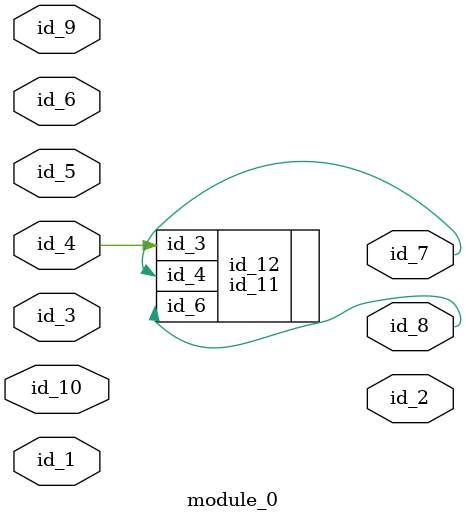
<source format=v>
module module_0 (
    id_1,
    id_2,
    id_3,
    id_4,
    id_5,
    id_6,
    id_7,
    id_8,
    id_9,
    id_10
);
  input id_10;
  input id_9;
  output id_8;
  output id_7;
  input id_6;
  input id_5;
  input id_4;
  input id_3;
  output id_2;
  input id_1;
  id_11 id_12 (
      .id_3(id_4),
      .id_6(id_8),
      .id_4(id_7)
  );
endmodule

</source>
